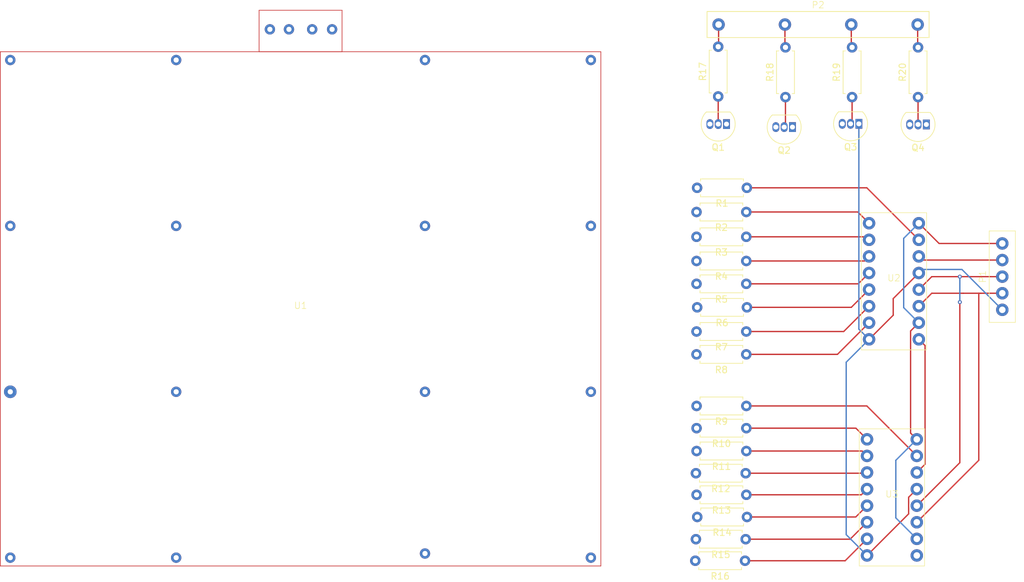
<source format=kicad_pcb>
(kicad_pcb (version 20241229) (generator "pcbnew") (generator_version "9.0")
  (layers (0 "F.Cu" signal) (2 "B.Cu" signal) (13 "F.Paste" user) (15 "B.Paste" user) (5 "F.SilkS" user "F.Silkscreen") (7 "B.SilkS" user "B.Silkscreen") (1 "F.Mask" user) (3 "B.Mask" user) (25 "Edge.Cuts" user))
  (net 0 "")
  (net 1 "GND")
  (net 2 "Latch Pin")
  (net 3 "+5V")
  (net 4 "Data Pin")
  (net 5 "Clock Pin")
  (net 6 "Layer1")
  (net 7 "Layer2")
  (net 8 "Layer0")
  (net 9 "Layer3")
  (net 10 "Net-(Q1-B)")
  (net 11 "Net-(Q1-C)")
  (net 12 "Net-(Q2-B)")
  (net 13 "Net-(Q2-C)")
  (net 14 "Net-(Q3-B)")
  (net 15 "Net-(Q3-C)")
  (net 16 "Net-(Q4-B)")
  (net 17 "Net-(Q4-C)")
  (net 18 "Net-(U1-(0,0))")
  (net 19 "Net-(U2-QA)")
  (net 20 "Net-(U2-QB)")
  (net 21 "Net-(U1-(1,0))")
  (net 22 "Net-(U1-(2,0))")
  (net 23 "Net-(U2-QC)")
  (net 24 "Net-(U1-(3,0))")
  (net 25 "Net-(U2-QD)")
  (net 26 "Net-(U1-(0,1))")
  (net 27 "Net-(U2-QE)")
  (net 28 "Net-(U1-(1,1))")
  (net 29 "Net-(U2-QF)")
  (net 30 "Net-(U2-QG)")
  (net 31 "Net-(U1-(2,1))")
  (net 32 "Net-(U1-(3,1))")
  (net 33 "Net-(U2-QH)")
  (net 34 "Net-(U3-QA)")
  (net 35 "Net-(U1-(0,2))")
  (net 36 "Net-(U3-QB)")
  (net 37 "Net-(U1-(1,2))")
  (net 38 "Net-(U1-(2,2))")
  (net 39 "Net-(U3-QC)")
  (net 40 "Net-(U1-(3,2))")
  (net 41 "Net-(U3-QD)")
  (net 42 "Net-(U1-(0,3))")
  (net 43 "Net-(U3-QE)")
  (net 44 "Net-(U1-(1,3))")
  (net 45 "Net-(U3-QF)")
  (net 46 "Net-(U3-QG)")
  (net 47 "Net-(U1-(2,3))")
  (net 48 "Net-(U3-QH)")
  (net 49 "Net-(U1-(3,3))")
  (net 50 "Net-(U2-QH')")
  (footprint "Package_TO_SOT_THT:TO-92_Inline" (layer "F.Cu") (at 170.17 58.6 180)
    (property "Reference" "Q2" (at 1.27 -3.56 0) (layer "F.SilkS"))
    (property "Value" "2N3904")
    (fp_line (start -0.53 1.85) (end 3.07 1.85) (stroke (width 0.12)) (layer "F.SilkS"))
    (fp_arc (start 1.27 -2.6) (mid 3.672087 -0.994977) (end 3.108478 1.838478) (stroke (width 0.12)) (layer "F.SilkS"))
    (fp_arc (start -0.568478 1.838478) (mid -1.132087 -0.994977) (end 1.27 -2.6) (stroke (width 0.12)) (layer "F.SilkS"))
    (pad "1" thru_hole rect (at 0 0 180) (size 1.05 1.5) (drill 0.75) (layers "*.Cu" "*.Mask") (net 1 "GND"))
    (pad "2" thru_hole oval (at 1.27 0 180) (size 1.05 1.5) (drill 0.75) (layers "*.Cu" "*.Mask") (net 12 "Net-(Q2-B)"))
    (pad "3" thru_hole oval (at 2.54 0 180) (size 1.05 1.5) (drill 0.75) (layers "*.Cu" "*.Mask") (net 13 "Net-(Q2-C)"))
  )
  (footprint "LED_Cube:Input_Pin_Connections" (layer "F.Cu") (at 202.3 81.5 90)
    (property "Reference" "P1" (at 0 -3 90) (layer "F.SilkS") (effects (font (thickness 0.1))))
    (property "Value" "~")
    (fp_line (start 7 -2) (end 7 2) (stroke (width 0.1)) (layer "F.SilkS"))
    (fp_line (start -7 -2) (end 7 -2) (stroke (width 0.1)) (layer "F.SilkS"))
    (fp_line (start 7 2) (end -7 2) (stroke (width 0.1)) (layer "F.SilkS"))
    (fp_line (start -7 2) (end -7 -2) (stroke (width 0.1)) (layer "F.SilkS"))
    (pad "1" thru_hole circle (at 5.08 0 270) (size 1.905 1.905) (drill 1) (layers "*.Cu" "*.Mask") (net 3 "+5V"))
    (pad "2" thru_hole circle (at 2.54 0 270) (size 1.905 1.905) (drill 1) (layers "*.Cu" "*.Mask") (net 4 "Data Pin"))
    (pad "3" thru_hole circle (at 0 0 270) (size 1.905 1.905) (drill 1) (layers "*.Cu" "*.Mask") (net 2 "Latch Pin"))
    (pad "4" thru_hole circle (at -2.54 0 270) (size 1.905 1.905) (drill 1) (layers "*.Cu" "*.Mask") (net 5 "Clock Pin"))
    (pad "5" thru_hole circle (at -5.08 0 270) (size 1.905 1.905) (drill 1) (layers "*.Cu" "*.Mask") (net 1 "GND"))
  )
  (footprint "Resistor_THT:R_Axial_DIN0207_L6.3mm_D2.5mm_P7.62mm_Horizontal" (layer "F.Cu") (at 163.01 121.7 180)
    (property "Reference" "R15" (at 3.81 -2.37 0) (layer "F.SilkS"))
    (property "Value" "470")
    (fp_line (start 7.08 1.37) (end 7.08 1.04) (stroke (width 0.12)) (layer "F.SilkS"))
    (fp_line (start 7.08 -1.37) (end 7.08 -1.04) (stroke (width 0.12)) (layer "F.SilkS"))
    (fp_line (start 0.54 1.37) (end 7.08 1.37) (stroke (width 0.12)) (layer "F.SilkS"))
    (fp_line (start 0.54 1.04) (end 0.54 1.37) (stroke (width 0.12)) (layer "F.SilkS"))
    (fp_line (start 0.54 -1.04) (end 0.54 -1.37) (stroke (width 0.12)) (layer "F.SilkS"))
    (fp_line (start 0.54 -1.37) (end 7.08 -1.37) (stroke (width 0.12)) (layer "F.SilkS"))
    (pad "1" thru_hole circle (at 0 0 180) (size 1.6 1.6) (drill 0.8) (layers "*.Cu" "*.Mask") (net 46 "Net-(U3-QG)"))
    (pad "2" thru_hole circle (at 7.62 0 180) (size 1.6 1.6) (drill 0.8) (layers "*.Cu" "*.Mask") (net 47 "Net-(U1-(2,3))"))
  )
  (footprint "ICs:74HC595 Shift Register" (layer "F.Cu") (at 185.71 82.21)
    (property "Reference" "U2" (at 0 -0.5 0) (layer "F.SilkS") (effects (font (thickness 0.1))))
    (property "Value" "74HC595")
    (fp_rect (start -5 -10.5) (end 5 10.5) (stroke (width 0.1)) (fill no) (layer "F.SilkS"))
    (pad "1" thru_hole circle (at -3.81 -8.89) (size 1.905 1.905) (drill 1) (layers "*.Cu" "*.Mask") (net 20 "Net-(U2-QB)"))
    (pad "2" thru_hole circle (at -3.81 -6.35) (size 1.905 1.905) (drill 1) (layers "*.Cu" "*.Mask") (net 23 "Net-(U2-QC)"))
    (pad "3" thru_hole circle (at -3.81 -3.81) (size 1.905 1.905) (drill 1) (layers "*.Cu" "*.Mask") (net 25 "Net-(U2-QD)"))
    (pad "4" thru_hole circle (at -3.81 -1.27) (size 1.905 1.905) (drill 1) (layers "*.Cu" "*.Mask") (net 27 "Net-(U2-QE)"))
    (pad "5" thru_hole circle (at -3.81 1.27) (size 1.905 1.905) (drill 1) (layers "*.Cu" "*.Mask") (net 29 "Net-(U2-QF)"))
    (pad "6" thru_hole circle (at -3.81 3.81) (size 1.905 1.905) (drill 1) (layers "*.Cu" "*.Mask") (net 30 "Net-(U2-QG)"))
    (pad "7" thru_hole circle (at -3.81 6.35) (size 1.905 1.905) (drill 1) (layers "*.Cu" "*.Mask") (net 33 "Net-(U2-QH)"))
    (pad "8" thru_hole circle (at -3.81 8.89) (size 1.905 1.905) (drill 1) (layers "*.Cu" "*.Mask") (net 1 "GND"))
    (pad "9" thru_hole circle (at 3.81 8.89) (size 1.905 1.905) (drill 1) (layers "*.Cu" "*.Mask") (net 50 "Net-(U2-QH')"))
    (pad "10" thru_hole circle (at 3.81 6.35) (size 1.905 1.905) (drill 1) (layers "*.Cu" "*.Mask") (net 3 "+5V"))
    (pad "11" thru_hole circle (at 3.81 3.81) (size 1.905 1.905) (drill 1) (layers "*.Cu" "*.Mask") (net 5 "Clock Pin"))
    (pad "12" thru_hole circle (at 3.81 1.27) (size 1.905 1.905) (drill 1) (layers "*.Cu" "*.Mask") (net 2 "Latch Pin"))
    (pad "13" thru_hole circle (at 3.81 -1.27) (size 1.905 1.905) (drill 1) (layers "*.Cu" "*.Mask") (net 1 "GND"))
    (pad "14" thru_hole circle (at 3.81 -3.81) (size 1.905 1.905) (drill 1) (layers "*.Cu" "*.Mask") (net 4 "Data Pin"))
    (pad "15" thru_hole circle (at 3.81 -6.35) (size 1.905 1.905) (drill 1) (layers "*.Cu" "*.Mask") (net 19 "Net-(U2-QA)"))
    (pad "16" thru_hole circle (at 3.81 -8.89) (size 1.905 1.905) (drill 1) (layers "*.Cu" "*.Mask") (net 3 "+5V"))
  )
  (footprint "Resistor_THT:R_Axial_DIN0207_L6.3mm_D2.5mm_P7.62mm_Horizontal" (layer "F.Cu") (at 179.3 54.01 90)
    (property "Reference" "R19" (at 3.81 -2.37 90) (layer "F.SilkS"))
    (property "Value" "10k")
    (fp_line (start 7.08 -1.37) (end 7.08 -1.04) (stroke (width 0.12)) (layer "F.SilkS"))
    (fp_line (start 0.54 -1.37) (end 7.08 -1.37) (stroke (width 0.12)) (layer "F.SilkS"))
    (fp_line (start 0.54 -1.04) (end 0.54 -1.37) (stroke (width 0.12)) (layer "F.SilkS"))
    (fp_line (start 0.54 1.04) (end 0.54 1.37) (stroke (width 0.12)) (layer "F.SilkS"))
    (fp_line (start 7.08 1.37) (end 7.08 1.04) (stroke (width 0.12)) (layer "F.SilkS"))
    (fp_line (start 0.54 1.37) (end 7.08 1.37) (stroke (width 0.12)) (layer "F.SilkS"))
    (pad "1" thru_hole circle (at 0 0 90) (size 1.6 1.6) (drill 0.8) (layers "*.Cu" "*.Mask") (net 14 "Net-(Q3-B)"))
    (pad "2" thru_hole circle (at 7.62 0 90) (size 1.6 1.6) (drill 0.8) (layers "*.Cu" "*.Mask") (net 7 "Layer2"))
  )
  (footprint "Resistor_THT:R_Axial_DIN0207_L6.3mm_D2.5mm_P7.62mm_Horizontal" (layer "F.Cu") (at 163.2 86.2 180)
    (property "Reference" "R6" (at 3.81 -2.37 0) (layer "F.SilkS"))
    (property "Value" "470")
    (fp_line (start 7.08 1.37) (end 7.08 1.04) (stroke (width 0.12)) (layer "F.SilkS"))
    (fp_line (start 7.08 -1.37) (end 7.08 -1.04) (stroke (width 0.12)) (layer "F.SilkS"))
    (fp_line (start 0.54 1.37) (end 7.08 1.37) (stroke (width 0.12)) (layer "F.SilkS"))
    (fp_line (start 0.54 1.04) (end 0.54 1.37) (stroke (width 0.12)) (layer "F.SilkS"))
    (fp_line (start 0.54 -1.04) (end 0.54 -1.37) (stroke (width 0.12)) (layer "F.SilkS"))
    (fp_line (start 0.54 -1.37) (end 7.08 -1.37) (stroke (width 0.12)) (layer "F.SilkS"))
    (pad "1" thru_hole circle (at 0 0 180) (size 1.6 1.6) (drill 0.8) (layers "*.Cu" "*.Mask") (net 29 "Net-(U2-QF)"))
    (pad "2" thru_hole circle (at 7.62 0 180) (size 1.6 1.6) (drill 0.8) (layers "*.Cu" "*.Mask") (net 28 "Net-(U1-(1,1))"))
  )
  (footprint "LED_Cube:Layer_Pin_Connections" (layer "F.Cu") (at 174.1 42.9)
    (property "Reference" "P2" (at 0 -3 0) (layer "F.SilkS") (effects (font (thickness 0.1))))
    (property "Value" "~")
    (fp_line (start -17 -2) (end 17 -2) (stroke (width 0.1)) (layer "F.SilkS"))
    (fp_line (start -17 2) (end -17 -2) (stroke (width 0.1)) (layer "F.SilkS"))
    (fp_line (start 17 -2) (end 17 2) (stroke (width 0.1)) (layer "F.SilkS"))
    (fp_line (start 17 2) (end -17 2) (stroke (width 0.1)) (layer "F.SilkS"))
    (fp_rect (start -17 -2) (end 17 2) (stroke (width 0.1)) (fill no) (layer "F.SilkS"))
    (pad "1" thru_hole circle (at -15.24 0) (size 1.905 1.905) (drill 1) (layers "*.Cu" "*.Mask") (net 8 "Layer0"))
    (pad "2" thru_hole circle (at -5.08 0) (size 1.905 1.905) (drill 1) (layers "*.Cu" "*.Mask") (net 6 "Layer1"))
    (pad "3" thru_hole circle (at 5.08 0) (size 1.905 1.905) (drill 1) (layers "*.Cu" "*.Mask") (net 7 "Layer2"))
    (pad "4" thru_hole circle (at 15.24 0) (size 1.905 1.905) (drill 1) (layers "*.Cu" "*.Mask") (net 9 "Layer3"))
  )
  (footprint "Resistor_THT:R_Axial_DIN0207_L6.3mm_D2.5mm_P7.62mm_Horizontal" (layer "F.Cu") (at 163.1 79.1 180)
    (property "Reference" "R4" (at 3.81 -2.37 0) (layer "F.SilkS"))
    (property "Value" "470")
    (fp_line (start 7.08 1.37) (end 7.08 1.04) (stroke (width 0.12)) (layer "F.SilkS"))
    (fp_line (start 7.08 -1.37) (end 7.08 -1.04) (stroke (width 0.12)) (layer "F.SilkS"))
    (fp_line (start 0.54 1.37) (end 7.08 1.37) (stroke (width 0.12)) (layer "F.SilkS"))
    (fp_line (start 0.54 1.04) (end 0.54 1.37) (stroke (width 0.12)) (layer "F.SilkS"))
    (fp_line (start 0.54 -1.04) (end 0.54 -1.37) (stroke (width 0.12)) (layer "F.SilkS"))
    (fp_line (start 0.54 -1.37) (end 7.08 -1.37) (stroke (width 0.12)) (layer "F.SilkS"))
    (pad "1" thru_hole circle (at 0 0 180) (size 1.6 1.6) (drill 0.8) (layers "*.Cu" "*.Mask") (net 25 "Net-(U2-QD)"))
    (pad "2" thru_hole circle (at 7.62 0 180) (size 1.6 1.6) (drill 0.8) (layers "*.Cu" "*.Mask") (net 24 "Net-(U1-(3,0))"))
  )
  (footprint "Resistor_THT:R_Axial_DIN0207_L6.3mm_D2.5mm_P7.62mm_Horizontal" (layer "F.Cu") (at 163.1 93.4 180)
    (property "Reference" "R8" (at 3.81 -2.37 0) (layer "F.SilkS"))
    (property "Value" "470")
    (fp_line (start 7.08 1.37) (end 7.08 1.04) (stroke (width 0.12)) (layer "F.SilkS"))
    (fp_line (start 7.08 -1.37) (end 7.08 -1.04) (stroke (width 0.12)) (layer "F.SilkS"))
    (fp_line (start 0.54 1.37) (end 7.08 1.37) (stroke (width 0.12)) (layer "F.SilkS"))
    (fp_line (start 0.54 1.04) (end 0.54 1.37) (stroke (width 0.12)) (layer "F.SilkS"))
    (fp_line (start 0.54 -1.04) (end 0.54 -1.37) (stroke (width 0.12)) (layer "F.SilkS"))
    (fp_line (start 0.54 -1.37) (end 7.08 -1.37) (stroke (width 0.12)) (layer "F.SilkS"))
    (pad "1" thru_hole circle (at 0 0 180) (size 1.6 1.6) (drill 0.8) (layers "*.Cu" "*.Mask") (net 33 "Net-(U2-QH)"))
    (pad "2" thru_hole circle (at 7.62 0 180) (size 1.6 1.6) (drill 0.8) (layers "*.Cu" "*.Mask") (net 32 "Net-(U1-(3,1))"))
  )
  (footprint "Resistor_THT:R_Axial_DIN0207_L6.3mm_D2.5mm_P7.62mm_Horizontal" (layer "F.Cu") (at 163.1 71.6 180)
    (property "Reference" "R2" (at 3.81 -2.37 0) (layer "F.SilkS"))
    (property "Value" "470")
    (fp_line (start 7.08 1.37) (end 7.08 1.04) (stroke (width 0.12)) (layer "F.SilkS"))
    (fp_line (start 7.08 -1.37) (end 7.08 -1.04) (stroke (width 0.12)) (layer "F.SilkS"))
    (fp_line (start 0.54 1.37) (end 7.08 1.37) (stroke (width 0.12)) (layer "F.SilkS"))
    (fp_line (start 0.54 1.04) (end 0.54 1.37) (stroke (width 0.12)) (layer "F.SilkS"))
    (fp_line (start 0.54 -1.04) (end 0.54 -1.37) (stroke (width 0.12)) (layer "F.SilkS"))
    (fp_line (start 0.54 -1.37) (end 7.08 -1.37) (stroke (width 0.12)) (layer "F.SilkS"))
    (pad "1" thru_hole circle (at 0 0 180) (size 1.6 1.6) (drill 0.8) (layers "*.Cu" "*.Mask") (net 20 "Net-(U2-QB)"))
    (pad "2" thru_hole circle (at 7.62 0 180) (size 1.6 1.6) (drill 0.8) (layers "*.Cu" "*.Mask") (net 21 "Net-(U1-(1,0))"))
  )
  (footprint "Resistor_THT:R_Axial_DIN0207_L6.3mm_D2.5mm_P7.62mm_Horizontal" (layer "F.Cu") (at 163.11 114.9 180)
    (property "Reference" "R13" (at 3.81 -2.37 0) (layer "F.SilkS"))
    (property "Value" "470")
    (fp_line (start 7.08 1.37) (end 7.08 1.04) (stroke (width 0.12)) (layer "F.SilkS"))
    (fp_line (start 7.08 -1.37) (end 7.08 -1.04) (stroke (width 0.12)) (layer "F.SilkS"))
    (fp_line (start 0.54 1.37) (end 7.08 1.37) (stroke (width 0.12)) (layer "F.SilkS"))
    (fp_line (start 0.54 1.04) (end 0.54 1.37) (stroke (width 0.12)) (layer "F.SilkS"))
    (fp_line (start 0.54 -1.04) (end 0.54 -1.37) (stroke (width 0.12)) (layer "F.SilkS"))
    (fp_line (start 0.54 -1.37) (end 7.08 -1.37) (stroke (width 0.12)) (layer "F.SilkS"))
    (pad "1" thru_hole circle (at 0 0 180) (size 1.6 1.6) (drill 0.8) (layers "*.Cu" "*.Mask") (net 43 "Net-(U3-QE)"))
    (pad "2" thru_hole circle (at 7.62 0 180) (size 1.6 1.6) (drill 0.8) (layers "*.Cu" "*.Mask") (net 42 "Net-(U1-(0,3))"))
  )
  (footprint "Resistor_THT:R_Axial_DIN0207_L6.3mm_D2.5mm_P7.62mm_Horizontal" (layer "F.Cu") (at 189.4 54.01 90)
    (property "Reference" "R20" (at 3.81 -2.37 90) (layer "F.SilkS"))
    (property "Value" "10k")
    (fp_line (start 7.08 -1.37) (end 7.08 -1.04) (stroke (width 0.12)) (layer "F.SilkS"))
    (fp_line (start 0.54 -1.37) (end 7.08 -1.37) (stroke (width 0.12)) (layer "F.SilkS"))
    (fp_line (start 0.54 -1.04) (end 0.54 -1.37) (stroke (width 0.12)) (layer "F.SilkS"))
    (fp_line (start 0.54 1.04) (end 0.54 1.37) (stroke (width 0.12)) (layer "F.SilkS"))
    (fp_line (start 7.08 1.37) (end 7.08 1.04) (stroke (width 0.12)) (layer "F.SilkS"))
    (fp_line (start 0.54 1.37) (end 7.08 1.37) (stroke (width 0.12)) (layer "F.SilkS"))
    (pad "1" thru_hole circle (at 0 0 90) (size 1.6 1.6) (drill 0.8) (layers "*.Cu" "*.Mask") (net 16 "Net-(Q4-B)"))
    (pad "2" thru_hole circle (at 7.62 0 90) (size 1.6 1.6) (drill 0.8) (layers "*.Cu" "*.Mask") (net 9 "Layer3"))
  )
  (footprint "Resistor_THT:R_Axial_DIN0207_L6.3mm_D2.5mm_P7.62mm_Horizontal" (layer "F.Cu") (at 158.8 53.91 90)
    (property "Reference" "R17" (at 3.81 -2.37 90) (layer "F.SilkS"))
    (property "Value" "10k")
    (fp_line (start 7.08 -1.37) (end 7.08 -1.04) (stroke (width 0.12)) (layer "F.SilkS"))
    (fp_line (start 0.54 -1.37) (end 7.08 -1.37) (stroke (width 0.12)) (layer "F.SilkS"))
    (fp_line (start 0.54 -1.04) (end 0.54 -1.37) (stroke (width 0.12)) (layer "F.SilkS"))
    (fp_line (start 0.54 1.04) (end 0.54 1.37) (stroke (width 0.12)) (layer "F.SilkS"))
    (fp_line (start 7.08 1.37) (end 7.08 1.04) (stroke (width 0.12)) (layer "F.SilkS"))
    (fp_line (start 0.54 1.37) (end 7.08 1.37) (stroke (width 0.12)) (layer "F.SilkS"))
    (pad "1" thru_hole circle (at 0 0 90) (size 1.6 1.6) (drill 0.8) (layers "*.Cu" "*.Mask") (net 10 "Net-(Q1-B)"))
    (pad "2" thru_hole circle (at 7.62 0 90) (size 1.6 1.6) (drill 0.8) (layers "*.Cu" "*.Mask") (net 8 "Layer0"))
  )
  (footprint "Resistor_THT:R_Axial_DIN0207_L6.3mm_D2.5mm_P7.62mm_Horizontal" (layer "F.Cu") (at 163.1 82.6 180)
    (property "Reference" "R5" (at 3.81 -2.37 0) (layer "F.SilkS"))
    (property "Value" "470")
    (fp_line (start 7.08 1.37) (end 7.08 1.04) (stroke (width 0.12)) (layer "F.SilkS"))
    (fp_line (start 7.08 -1.37) (end 7.08 -1.04) (stroke (width 0.12)) (layer "F.SilkS"))
    (fp_line (start 0.54 1.37) (end 7.08 1.37) (stroke (width 0.12)) (layer "F.SilkS"))
    (fp_line (start 0.54 1.04) (end 0.54 1.37) (stroke (width 0.12)) (layer "F.SilkS"))
    (fp_line (start 0.54 -1.04) (end 0.54 -1.37) (stroke (width 0.12)) (layer "F.SilkS"))
    (fp_line (start 0.54 -1.37) (end 7.08 -1.37) (stroke (width 0.12)) (layer "F.SilkS"))
    (pad "1" thru_hole circle (at 0 0 180) (size 1.6 1.6) (drill 0.8) (layers "*.Cu" "*.Mask") (net 27 "Net-(U2-QE)"))
    (pad "2" thru_hole circle (at 7.62 0 180) (size 1.6 1.6) (drill 0.8) (layers "*.Cu" "*.Mask") (net 26 "Net-(U1-(0,1))"))
  )
  (footprint "Resistor_THT:R_Axial_DIN0207_L6.3mm_D2.5mm_P7.62mm_Horizontal" (layer "F.Cu") (at 163.1 89.9 180)
    (property "Reference" "R7" (at 3.81 -2.37 0) (layer "F.SilkS"))
    (property "Value" "470")
    (fp_line (start 7.08 1.37) (end 7.08 1.04) (stroke (width 0.12)) (layer "F.SilkS"))
    (fp_line (start 7.08 -1.37) (end 7.08 -1.04) (stroke (width 0.12)) (layer "F.SilkS"))
    (fp_line (start 0.54 1.37) (end 7.08 1.37) (stroke (width 0.12)) (layer "F.SilkS"))
    (fp_line (start 0.54 1.04) (end 0.54 1.37) (stroke (width 0.12)) (layer "F.SilkS"))
    (fp_line (start 0.54 -1.04) (end 0.54 -1.37) (stroke (width 0.12)) (layer "F.SilkS"))
    (fp_line (start 0.54 -1.37) (end 7.08 -1.37) (stroke (width 0.12)) (layer "F.SilkS"))
    (pad "1" thru_hole circle (at 0 0 180) (size 1.6 1.6) (drill 0.8) (layers "*.Cu" "*.Mask") (net 30 "Net-(U2-QG)"))
    (pad "2" thru_hole circle (at 7.62 0 180) (size 1.6 1.6) (drill 0.8) (layers "*.Cu" "*.Mask") (net 31 "Net-(U1-(2,1))"))
  )
  (footprint "Resistor_THT:R_Axial_DIN0207_L6.3mm_D2.5mm_P7.62mm_Horizontal" (layer "F.Cu") (at 163.1 75.4 180)
    (property "Reference" "R3" (at 3.81 -2.37 0) (layer "F.SilkS"))
    (property "Value" "470")
    (fp_line (start 7.08 1.37) (end 7.08 1.04) (stroke (width 0.12)) (layer "F.SilkS"))
    (fp_line (start 7.08 -1.37) (end 7.08 -1.04) (stroke (width 0.12)) (layer "F.SilkS"))
    (fp_line (start 0.54 1.37) (end 7.08 1.37) (stroke (width 0.12)) (layer "F.SilkS"))
    (fp_line (start 0.54 1.04) (end 0.54 1.37) (stroke (width 0.12)) (layer "F.SilkS"))
    (fp_line (start 0.54 -1.04) (end 0.54 -1.37) (stroke (width 0.12)) (layer "F.SilkS"))
    (fp_line (start 0.54 -1.37) (end 7.08 -1.37) (stroke (width 0.12)) (layer "F.SilkS"))
    (pad "1" thru_hole circle (at 0 0 180) (size 1.6 1.6) (drill 0.8) (layers "*.Cu" "*.Mask") (net 23 "Net-(U2-QC)"))
    (pad "2" thru_hole circle (at 7.62 0 180) (size 1.6 1.6) (drill 0.8) (layers "*.Cu" "*.Mask") (net 22 "Net-(U1-(2,0))"))
  )
  (footprint "Resistor_THT:R_Axial_DIN0207_L6.3mm_D2.5mm_P7.62mm_Horizontal" (layer "F.Cu") (at 163.11 101.3 180)
    (property "Reference" "R9" (at 3.81 -2.37 0) (layer "F.SilkS"))
    (property "Value" "470")
    (fp_line (start 7.08 1.37) (end 7.08 1.04) (stroke (width 0.12)) (layer "F.SilkS"))
    (fp_line (start 7.08 -1.37) (end 7.08 -1.04) (stroke (width 0.12)) (layer "F.SilkS"))
    (fp_line (start 0.54 1.37) (end 7.08 1.37) (stroke (width 0.12)) (layer "F.SilkS"))
    (fp_line (start 0.54 1.04) (end 0.54 1.37) (stroke (width 0.12)) (layer "F.SilkS"))
    (fp_line (start 0.54 -1.04) (end 0.54 -1.37) (stroke (width 0.12)) (layer "F.SilkS"))
    (fp_line (start 0.54 -1.37) (end 7.08 -1.37) (stroke (width 0.12)) (layer "F.SilkS"))
    (pad "1" thru_hole circle (at 0 0 180) (size 1.6 1.6) (drill 0.8) (layers "*.Cu" "*.Mask") (net 34 "Net-(U3-QA)"))
    (pad "2" thru_hole circle (at 7.62 0 180) (size 1.6 1.6) (drill 0.8) (layers "*.Cu" "*.Mask") (net 35 "Net-(U1-(0,2))"))
  )
  (footprint "Resistor_THT:R_Axial_DIN0207_L6.3mm_D2.5mm_P7.62mm_Horizontal" (layer "F.Cu") (at 163.21 118.3 180)
    (property "Reference" "R14" (at 3.81 -2.37 0) (layer "F.SilkS"))
    (property "Value" "470")
    (fp_line (start 7.08 1.37) (end 7.08 1.04) (stroke (width 0.12)) (layer "F.SilkS"))
    (fp_line (start 7.08 -1.37) (end 7.08 -1.04) (stroke (width 0.12)) (layer "F.SilkS"))
    (fp_line (start 0.54 1.37) (end 7.08 1.37) (stroke (width 0.12)) (layer "F.SilkS"))
    (fp_line (start 0.54 1.04) (end 0.54 1.37) (stroke (width 0.12)) (layer "F.SilkS"))
    (fp_line (start 0.54 -1.04) (end 0.54 -1.37) (stroke (width 0.12)) (layer "F.SilkS"))
    (fp_line (start 0.54 -1.37) (end 7.08 -1.37) (stroke (width 0.12)) (layer "F.SilkS"))
    (pad "1" thru_hole circle (at 0 0 180) (size 1.6 1.6) (drill 0.8) (layers "*.Cu" "*.Mask") (net 45 "Net-(U3-QF)"))
    (pad "2" thru_hole circle (at 7.62 0 180) (size 1.6 1.6) (drill 0.8) (layers "*.Cu" "*.Mask") (net 44 "Net-(U1-(1,3))"))
  )
  (footprint "Resistor_THT:R_Axial_DIN0207_L6.3mm_D2.5mm_P7.62mm_Horizontal" (layer "F.Cu") (at 163.01 111.6 180)
    (property "Reference" "R12" (at 3.81 -2.37 0) (layer "F.SilkS"))
    (property "Value" "470")
    (fp_line (start 7.08 1.37) (end 7.08 1.04) (stroke (width 0.12)) (layer "F.SilkS"))
    (fp_line (start 7.08 -1.37) (end 7.08 -1.04) (stroke (width 0.12)) (layer "F.SilkS"))
    (fp_line (start 0.54 1.37) (end 7.08 1.37) (stroke (width 0.12)) (layer "F.SilkS"))
    (fp_line (start 0.54 1.04) (end 0.54 1.37) (stroke (width 0.12)) (layer "F.SilkS"))
    (fp_line (start 0.54 -1.04) (end 0.54 -1.37) (stroke (width 0.12)) (layer "F.SilkS"))
    (fp_line (start 0.54 -1.37) (end 7.08 -1.37) (stroke (width 0.12)) (layer "F.SilkS"))
    (pad "1" thru_hole circle (at 0 0 180) (size 1.6 1.6) (drill 0.8) (layers "*.Cu" "*.Mask") (net 41 "Net-(U3-QD)"))
    (pad "2" thru_hole circle (at 7.62 0 180) (size 1.6 1.6) (drill 0.8) (layers "*.Cu" "*.Mask") (net 40 "Net-(U1-(3,2))"))
  )
  (footprint "Package_TO_SOT_THT:TO-92_Inline" (layer "F.Cu") (at 180.34 58.1 180)
    (property "Reference" "Q3" (at 1.27 -3.56 0) (layer "F.SilkS"))
    (property "Value" "2N3904")
    (fp_line (start -0.53 1.85) (end 3.07 1.85) (stroke (width 0.12)) (layer "F.SilkS"))
    (fp_arc (start 1.27 -2.6) (mid 3.672087 -0.994977) (end 3.108478 1.838478) (stroke (width 0.12)) (layer "F.SilkS"))
    (fp_arc (start -0.568478 1.838478) (mid -1.132087 -0.994977) (end 1.27 -2.6) (stroke (width 0.12)) (layer "F.SilkS"))
    (pad "1" thru_hole rect (at 0 0 180) (size 1.05 1.5) (drill 0.75) (layers "*.Cu" "*.Mask") (net 1 "GND"))
    (pad "2" thru_hole oval (at 1.27 0 180) (size 1.05 1.5) (drill 0.75) (layers "*.Cu" "*.Mask") (net 14 "Net-(Q3-B)"))
    (pad "3" thru_hole oval (at 2.54 0 180) (size 1.05 1.5) (drill 0.75) (layers "*.Cu" "*.Mask") (net 15 "Net-(Q3-C)"))
  )
  (footprint "ICs:74HC595 Shift Register" (layer "F.Cu") (at 185.4 115.3)
    (property "Reference" "U3" (at 0 -0.5 0) (layer "F.SilkS") (effects (font (thickness 0.1))))
    (property "Value" "74HC595")
    (fp_rect (start -5 -10.5) (end 5 10.5) (stroke (width 0.1)) (fill no) (layer "F.SilkS"))
    (pad "1" thru_hole circle (at -3.81 -8.89) (size 1.905 1.905) (drill 1) (layers "*.Cu" "*.Mask") (net 36 "Net-(U3-QB)"))
    (pad "2" thru_hole circle (at -3.81 -6.35) (size 1.905 1.905) (drill 1) (layers "*.Cu" "*.Mask") (net 39 "Net-(U3-QC)"))
    (pad "3" thru_hole circle (at -3.81 -3.81) (size 1.905 1.905) (drill 1) (layers "*.Cu" "*.Mask") (net 41 "Net-(U3-QD)"))
    (pad "4" thru_hole circle (at -3.81 -1.27) (size 1.905 1.905) (drill 1) (layers "*.Cu" "*.Mask") (net 43 "Net-(U3-QE)"))
    (pad "5" thru_hole circle (at -3.81 1.27) (size 1.905 1.905) (drill 1) (layers "*.Cu" "*.Mask") (net 45 "Net-(U3-QF)"))
    (pad "6" thru_hole circle (at -3.81 3.81) (size 1.905 1.905) (drill 1) (layers "*.Cu" "*.Mask") (net 46 "Net-(U3-QG)"))
    (pad "7" thru_hole circle (at -3.81 6.35) (size 1.905 1.905) (drill 1) (layers "*.Cu" "*.Mask") (net 48 "Net-(U3-QH)"))
    (pad "8" thru_hole circle (at -3.81 8.89) (size 1.905 1.905) (drill 1) (layers "*.Cu" "*.Mask") (net 1 "GND"))
    (pad "9" thru_hole circle (at 3.81 8.89) (size 1.905 1.905) (drill 1) (layers "*.Cu" "*.Mask"))
    (pad "10" thru_hole circle (at 3.81 6.35) (size 1.905 1.905) (drill 1) (layers "*.Cu" "*.Mask") (net 3 "+5V"))
    (pad "11" thru_hole circle (at 3.81 3.81) (size 1.905 1.905) (drill 1) (layers "*.Cu" "*.Mask") (net 5 "Clock Pin"))
    (pad "12" thru_hole circle (at 3.81 1.27) (size 1.905 1.905) (drill 1) (layers "*.Cu" "*.Mask") (net 2 "Latch Pin"))
    (pad "13" thru_hole circle (at 3.81 -1.27) (size 1.905 1.905) (drill 1) (layers "*.Cu" "*.Mask") (net 1 "GND"))
    (pad "14" thru_hole circle (at 3.81 -3.81) (size 1.905 1.905) (drill 1) (layers "*.Cu" "*.Mask") (net 50 "Net-(U2-QH')"))
    (pad "15" thru_hole circle (at 3.81 -6.35) (size 1.905 1.905) (drill 1) (layers "*.Cu" "*.Mask") (net 34 "Net-(U3-QA)"))
    (pad "16" thru_hole circle (at 3.81 -8.89) (size 1.905 1.905) (drill 1) (layers "*.Cu" "*.Mask") (net 3 "+5V"))
  )
  (footprint "Package_TO_SOT_THT:TO-92_Inline" (layer "F.Cu") (at 190.67 58.2 180)
    (property "Reference" "Q4" (at 1.27 -3.56 0) (layer "F.SilkS"))
    (property "Value" "2N3904")
    (fp_line (start -0.53 1.85) (end 3.07 1.85) (stroke (width 0.12)) (layer "F.SilkS"))
    (fp_arc (start 1.27 -2.6) (mid 3.672087 -0.994977) (end 3.108478 1.838478) (stroke (width 0.12)) (layer "F.SilkS"))
    (fp_arc (start -0.568478 1.838478) (mid -1.132087 -0.994977) (end 1.27 -2.6) (stroke (width 0.12)) (layer "F.SilkS"))
    (pad "1" thru_hole rect (at 0 0 180) (size 1.05 1.5) (drill 0.75) (layers "*.Cu" "*.Mask") (net 1 "GND"))
    (pad "2" thru_hole oval (at 1.27 0 180) (size 1.05 1.5) (drill 0.75) (layers "*.Cu" "*.Mask") (net 16 "Net-(Q4-B)"))
    (pad "3" thru_hole oval (at 2.54 0 180) (size 1.05 1.5) (drill 0.75) (layers "*.Cu" "*.Mask") (net 17 "Net-(Q4-C)"))
  )
  (footprint "Resistor_THT:R_Axial_DIN0207_L6.3mm_D2.5mm_P7.62mm_Horizontal" (layer "F.Cu") (at 162.91 125 180)
    (property "Reference" "R16" (at 3.81 -2.37 0) (layer "F.SilkS"))
    (property "Value" "470")
    (fp_line (start 7.08 1.37) (end 7.08 1.04) (stroke (width 0.12)) (layer "F.SilkS"))
    (fp_line (start 7.08 -1.37) (end 7.08 -1.04) (stroke (width 0.12)) (layer "F.SilkS"))
    (fp_line (start 0.54 1.37) (end 7.08 1.37) (stroke (width 0.12)) (layer "F.SilkS"))
    (fp_line (start 0.54 1.04) (end 0.54 1.37) (stroke (width 0.12)) (layer "F.SilkS"))
    (fp_line (start 0.54 -1.04) (end 0.54 -1.37) (stroke (width 0.12)) (layer "F.SilkS"))
    (fp_line (start 0.54 -1.37) (end 7.08 -1.37) (stroke (width 0.12)) (layer "F.SilkS"))
    (pad "1" thru_hole circle (at 0 0 180) (size 1.6 1.6) (drill 0.8) (layers "*.Cu" "*.Mask") (net 48 "Net-(U3-QH)"))
    (pad "2" thru_hole circle (at 7.62 0 180) (size 1.6 1.6) (drill 0.8) (layers "*.Cu" "*.Mask") (net 49 "Net-(U1-(3,3))"))
  )
  (footprint "Resistor_THT:R_Axial_DIN0207_L6.3mm_D2.5mm_P7.62mm_Horizontal" (layer "F.Cu") (at 169.1 54.01 90)
    (property "Reference" "R18" (at 3.81 -2.37 90) (layer "F.SilkS"))
    (property "Value" "10k")
    (fp_line (start 7.08 -1.37) (end 7.08 -1.04) (stroke (width 0.12)) (layer "F.SilkS"))
    (fp_line (start 0.54 -1.37) (end 7.08 -1.37) (stroke (width 0.12)) (layer "F.SilkS"))
    (fp_line (start 0.54 -1.04) (end 0.54 -1.37) (stroke (width 0.12)) (layer "F.SilkS"))
    (fp_line (start 0.54 1.04) (end 0.54 1.37) (stroke (width 0.12)) (layer "F.SilkS"))
    (fp_line (start 7.08 1.37) (end 7.08 1.04) (stroke (width 0.12)) (layer "F.SilkS"))
    (fp_line (start 0.54 1.37) (end 7.08 1.37) (stroke (width 0.12)) (layer "F.SilkS"))
    (pad "1" thru_hole circle (at 0 0 90) (size 1.6 1.6) (drill 0.8) (layers "*.Cu" "*.Mask") (net 12 "Net-(Q2-B)"))
    (pad "2" thru_hole circle (at 7.62 0 90) (size 1.6 1.6) (drill 0.8) (layers "*.Cu" "*.Mask") (net 6 "Layer1"))
  )
  (footprint "Resistor_THT:R_Axial_DIN0207_L6.3mm_D2.5mm_P7.62mm_Horizontal" (layer "F.Cu") (at 163.11 104.7 180)
    (property "Reference" "R10" (at 3.81 -2.37 0) (layer "F.SilkS"))
    (property "Value" "470")
    (fp_line (start 7.08 1.37) (end 7.08 1.04) (stroke (width 0.12)) (layer "F.SilkS"))
    (fp_line (start 7.08 -1.37) (end 7.08 -1.04) (stroke (width 0.12)) (layer "F.SilkS"))
    (fp_line (start 0.54 1.37) (end 7.08 1.37) (stroke (width 0.12)) (layer "F.SilkS"))
    (fp_line (start 0.54 1.04) (end 0.54 1.37) (stroke (width 0.12)) (layer "F.SilkS"))
    (fp_line (start 0.54 -1.04) (end 0.54 -1.37) (stroke (width 0.12)) (layer "F.SilkS"))
    (fp_line (start 0.54 -1.37) (end 7.08 -1.37) (stroke (width 0.12)) (layer "F.SilkS"))
    (pad "1" thru_hole circle (at 0 0 180) (size 1.6 1.6) (drill 0.8) (layers "*.Cu" "*.Mask") (net 36 "Net-(U3-QB)"))
    (pad "2" thru_hole circle (at 7.62 0 180) (size 1.6 1.6) (drill 0.8) (layers "*.Cu" "*.Mask") (net 37 "Net-(U1-(1,2))"))
  )
  (footprint "LED_Cube:LED_Cube" (layer "F.Cu") (at 94.854 86.43)
    (property "Reference" "U1" (at 0 -0.5 0) (layer "F.SilkS") (effects (font (thickness 0.1))))
    (property "Value" "~")
    (fp_line (start -45.974 -39.37) (end 45.974 -39.37) (stroke (width 0.1)) (layer "F.Cu"))
    (fp_line (start -45.974 39.37) (end -45.974 -39.37) (stroke (width 0.1)) (layer "F.Cu"))
    (fp_line (start -6.35 -45.72) (end 6.35 -45.72) (stroke (width 0.1)) (layer "F.Cu"))
    (fp_line (start -6.35 -39.37) (end -6.35 -45.72) (stroke (width 0.1)) (layer "F.Cu"))
    (fp_line (start 6.35 -45.72) (end 6.35 -39.37) (stroke (width 0.1)) (layer "F.Cu"))
    (fp_line (start 6.35 -39.37) (end -6.35 -39.37) (stroke (width 0.1)) (layer "F.Cu"))
    (fp_line (start 45.974 -39.37) (end 45.974 39.37) (stroke (width 0.1)) (layer "F.Cu"))
    (fp_line (start 45.974 39.37) (end -45.974 39.37) (stroke (width 0.1)) (layer "F.Cu"))
    (pad "1" thru_hole circle (at -44.45 -38.1) (size 1.5875 1.5875) (drill 0.79375) (layers "*.Cu" "*.Mask") (net 18 "Net-(U1-(0,0))"))
    (pad "2" thru_hole circle (at -19.05 -38.1) (size 1.5875 1.5875) (drill 0.79375) (layers "*.Cu" "*.Mask") (net 21 "Net-(U1-(1,0))"))
    (pad "3" thru_hole circle (at 19.05 -38.1) (size 1.5875 1.5875) (drill 0.79375) (layers "*.Cu" "*.Mask") (net 22 "Net-(U1-(2,0))"))
    (pad "4" thru_hole circle (at 44.45 -38.1) (size 1.5875 1.5875) (drill 0.79375) (layers "*.Cu" "*.Mask") (net 24 "Net-(U1-(3,0))"))
    (pad "5" thru_hole circle (at -44.45 -12.7) (size 1.5875 1.5875) (drill 0.79375) (layers "*.Cu" "*.Mask") (net 26 "Net-(U1-(0,1))"))
    (pad "6" thru_hole circle (at -19.05 -12.7) (size 1.5875 1.5875) (drill 0.79375) (layers "*.Cu" "*.Mask") (net 28 "Net-(U1-(1,1))"))
    (pad "7" thru_hole circle (at 19.05 -12.7) (size 1.5875 1.5875) (drill 0.79375) (layers "*.Cu" "*.Mask") (net 31 "Net-(U1-(2,1))"))
    (pad "8" thru_hole circle (at 44.45 -12.7) (size 1.5875 1.5875) (drill 0.79375) (layers "*.Cu" "*.Mask") (net 32 "Net-(U1-(3,1))"))
    (pad "9" thru_hole circle (at -44.45 12.7) (size 1.93675 1.93675) (drill 0.79375) (layers "*.Cu" "*.Mask") (net 35 "Net-(U1-(0,2))"))
    (pad "10" thru_hole circle (at -19.05 12.7) (size 1.5875 1.5875) (drill 0.79375) (layers "*.Cu" "*.Mask") (net 37 "Net-(U1-(1,2))"))
    (pad "11" thru_hole circle (at 19.05 12.7) (size 1.5875 1.5875) (drill 0.79375) (layers "*.Cu" "*.Mask") (net 38 "Net-(U1-(2,2))"))
    (pad "12" thru_hole circle (at 44.45 12.7) (size 1.5875 1.5875) (drill 0.79375) (layers "*.Cu" "*.Mask") (net 40 "Net-(U1-(3,2))"))
    (pad "13" thru_hole circle (at -44.45 38.1) (size 1.5875 1.5875) (drill 0.79375) (layers "*.Cu" "*.Mask") (net 42 "Net-(U1-(0,3))"))
    (pad "14" thru_hole circle (at -19.05 38.1) (size 1.5875 1.5875) (drill 0.79375) (layers "*.Cu" "*.Mask") (net 44 "Net-(U1-(1,3))"))
    (pad "15" thru_hole circle (at 19.05 37.465) (size 1.5875 1.5875) (drill 0.79375) (layers "*.Cu" "*.Mask") (net 47 "Net-(U1-(2,3))"))
    (pad "16" thru_hole circle (at 44.45 38.1) (size 1.5875 1.5875) (drill 0.79375) (layers "*.Cu" "*.Mask") (net 49 "Net-(U1-(3,3))"))
    (pad "17" thru_hole circle (at -4.699 -42.799) (size 1.5875 1.5875) (drill 0.79375) (layers "*.Cu" "*.Mask") (net 11 "Net-(Q1-C)"))
    (pad "18" thru_hole circle (at -1.778 -42.799) (size 1.5875 1.5875) (drill 0.79375) (layers "*.Cu" "*.Mask") (net 13 "Net-(Q2-C)"))
    (pad "19" thru_hole circle (at 1.778 -42.799) (size 1.5875 1.5875) (drill 0.79375) (layers "*.Cu" "*.Mask") (net 15 "Net-(Q3-C)"))
    (pad "20" thru_hole circle (at 4.826 -42.799) (size 1.5875 1.5875) (drill 0.79375) (layers "*.Cu" "*.Mask") (net 17 "Net-(Q4-C)"))
  )
  (footprint "Resistor_THT:R_Axial_DIN0207_L6.3mm_D2.5mm_P7.62mm_Horizontal" (layer "F.Cu") (at 163.11 108.2 180)
    (property "Reference" "R11" (at 3.81 -2.37 0) (layer "F.SilkS"))
    (property "Value" "470")
    (fp_line (start 7.08 1.37) (end 7.08 1.04) (stroke (width 0.12)) (layer "F.SilkS"))
    (fp_line (start 7.08 -1.37) (end 7.08 -1.04) (stroke (width 0.12)) (layer "F.SilkS"))
    (fp_line (start 0.54 1.37) (end 7.08 1.37) (stroke (width 0.12)) (layer "F.SilkS"))
    (fp_line (start 0.54 1.04) (end 0.54 1.37) (stroke (width 0.12)) (layer "F.SilkS"))
    (fp_line (start 0.54 -1.04) (end 0.54 -1.37) (stroke (width 0.12)) (layer "F.SilkS"))
    (fp_line (start 0.54 -1.37) (end 7.08 -1.37) (stroke (width 0.12)) (layer "F.SilkS"))
    (pad "1" thru_hole circle (at 0 0 180) (size 1.6 1.6) (drill 0.8) (layers "*.Cu" "*.Mask") (net 39 "Net-(U3-QC)"))
    (pad "2" thru_hole circle (at 7.62 0 180) (size 1.6 1.6) (drill 0.8) (layers "*.Cu" "*.Mask") (net 38 "Net-(U1-(2,2))"))
  )
  (footprint "Package_TO_SOT_THT:TO-92_Inline" (layer "F.Cu") (at 160.07 58.14 180)
    (property "Reference" "Q1" (at 1.27 -3.56 0) (layer "F.SilkS"))
    (property "Value" "2N3904")
    (fp_line (start -0.53 1.85) (end 3.07 1.85) (stroke (width 0.12)) (layer "F.SilkS"))
    (fp_arc (start 1.27 -2.6) (mid 3.672087 -0.994977) (end 3.108478 1.838478) (stroke (width 0.12)) (layer "F.SilkS"))
    (fp_arc (start -0.568478 1.838478) (mid -1.132087 -0.994977) (end 1.27 -2.6) (stroke (width 0.12)) (layer "F.SilkS"))
    (pad "1" thru_hole rect (at 0 0 180) (size 1.05 1.5) (drill 0.75) (layers "*.Cu" "*.Mask") (net 1 "GND"))
    (pad "2" thru_hole oval (at 1.27 0 180) (size 1.05 1.5) (drill 0.75) (layers "*.Cu" "*.Mask") (net 10 "Net-(Q1-B)"))
    (pad "3" thru_hole oval (at 2.54 0 180) (size 1.05 1.5) (drill 0.75) (layers "*.Cu" "*.Mask") (net 11 "Net-(Q1-C)"))
  )
  (footprint "Resistor_THT:R_Axial_DIN0207_L6.3mm_D2.5mm_P7.62mm_Horizontal" (layer "F.Cu") (at 163.19 67.9 180)
    (property "Reference" "R1" (at 3.81 -2.37 0) (layer "F.SilkS"))
    (property "Value" "470")
    (fp_line (start 7.08 1.37) (end 7.08 1.04) (stroke (width 0.12)) (layer "F.SilkS"))
    (fp_line (start 7.08 -1.37) (end 7.08 -1.04) (stroke (width 0.12)) (layer "F.SilkS"))
    (fp_line (start 0.54 1.37) (end 7.08 1.37) (stroke (width 0.12)) (layer "F.SilkS"))
    (fp_line (start 0.54 1.04) (end 0.54 1.37) (stroke (width 0.12)) (layer "F.SilkS"))
    (fp_line (start 0.54 -1.04) (end 0.54 -1.37) (stroke (width 0.12)) (layer "F.SilkS"))
    (fp_line (start 0.54 -1.37) (end 7.08 -1.37) (stroke (width 0.12)) (layer "F.SilkS"))
    (pad "1" thru_hole circle (at 0 0 180) (size 1.6 1.6) (drill 0.8) (layers "*.Cu" "*.Mask") (net 19 "Net-(U2-QA)"))
    (pad "2" thru_hole circle (at 7.62 0 180) (size 1.6 1.6) (drill 0.8) (layers "*.Cu" "*.Mask") (net 18 "Net-(U1-(0,0))"))
  )
  (segment (start 187.9565 115.2835) (end 189.21 114.03) (width 0.2) (layer "F.Cu") (net 1))
  (segment (start 187.9565 117.8235) (end 187.9565 115.2835) (width 0.2) (layer "F.Cu") (net 1))
  (segment (start 181.59 124.19) (end 187.9565 117.8235) (width 0.2) (layer "F.Cu") (net 1))
  (segment (start 185.6 84.86) (end 189.52 80.94) (width 0.2) (layer "F.Cu") (net 1))
  (segment (start 181.9 91.1) (end 185.6 87.4) (width 0.2) (layer "F.Cu") (net 1))
  (segment (start 185.6 87.4) (end 185.6 84.86) (width 0.2) (layer "F.Cu") (net 1))
  (segment (start 180.34 89.54) (end 181.9 91.1) (width 0.2) (layer "B.Cu") (net 1))
  (segment (start 178.4 94.6) (end 178.4 121) (width 0.2) (layer "B.Cu") (net 1))
  (segment (start 190.06 80.4) (end 189.52 80.94) (width 0.2) (layer "B.Cu") (net 1))
  (segment (start 202.3 86.58) (end 196.12 80.4) (width 0.2) (layer "B.Cu") (net 1))
  (segment (start 196.12 80.4) (end 190.06 80.4) (width 0.2) (layer "B.Cu") (net 1))
  (segment (start 178.4 121) (end 181.59 124.19) (width 0.2) (layer "B.Cu") (net 1))
  (segment (start 181.9 91.1) (end 178.4 94.6) (width 0.2) (layer "B.Cu") (net 1))
  (segment (start 180.34 58.1) (end 180.34 89.54) (width 0.2) (layer "B.Cu") (net 1))
  (segment (start 202.3 81.5) (end 195.9 81.5) (width 0.2) (layer "F.Cu") (net 2))
  (segment (start 195.9 81.5) (end 195.8 81.5) (width 0.2) (layer "F.Cu") (net 2))
  (segment (start 195.8 85.4) (end 195.8 109.98) (width 0.2) (layer "F.Cu") (net 2))
  (segment (start 195.8 81.5) (end 191.5 81.5) (width 0.2) (layer "F.Cu") (net 2))
  (segment (start 191.5 81.5) (end 189.52 83.48) (width 0.2) (layer "F.Cu") (net 2))
  (segment (start 195.8 109.98) (end 189.21 116.57) (width 0.2) (layer "F.Cu") (net 2))
  (via (at 195.8 85.4) (size 0.6) (drill 0.3) (layers "F.Cu" "B.Cu") (net 2))
  (via (at 195.8 81.5) (size 0.6) (drill 0.3) (layers "F.Cu" "B.Cu") (net 2))
  (segment (start 195.8 85.4) (end 195.8 81.5) (width 0.2) (layer "B.Cu") (net 2))
  (segment (start 189.21 106.41) (end 188.2575 105.4575) (width 0.2) (layer "F.Cu") (net 3))
  (segment (start 202.3 76.42) (end 192.62 76.42) (width 0.2) (layer "F.Cu") (net 3))
  (segment (start 192.62 76.42) (end 189.52 73.32) (width 0.2) (layer "F.Cu") (net 3))
  (segment (start 188.2575 89.8225) (end 189.52 88.56) (width 0.2) (layer "F.Cu") (net 3))
  (segment (start 188.2575 105.4575) (end 188.2575 89.8225) (width 0.2) (layer "F.Cu") (net 3))
  (segment (start 187.2 86.24) (end 189.52 88.56) (width 0.2) (layer "B.Cu") (net 3))
  (segment (start 189.21 106.41) (end 186 109.62) (width 0.2) (layer "B.Cu") (net 3))
  (segment (start 189.52 73.32) (end 187.2 75.64) (width 0.2) (layer "B.Cu") (net 3))
  (segment (start 187.2 75.64) (end 187.2 86.24) (width 0.2) (layer "B.Cu") (net 3))
  (segment (start 186 118.44) (end 189.21 121.65) (width 0.2) (layer "B.Cu") (net 3))
  (segment (start 186 109.62) (end 186 118.44) (width 0.2) (layer "B.Cu") (net 3))
  (segment (start 190.08 78.96) (end 189.52 78.4) (width 0.2) (layer "F.Cu") (net 4))
  (segment (start 202.3 78.96) (end 190.08 78.96) (width 0.2) (layer "F.Cu") (net 4))
  (segment (start 198.7 109.62) (end 198.7 84.04) (width 0.2) (layer "F.Cu") (net 5))
  (segment (start 202.3 84.04) (end 199 84.04) (width 0.2) (layer "F.Cu") (net 5))
  (segment (start 191.5 84.04) (end 189.52 86.02) (width 0.2) (layer "F.Cu") (net 5))
  (segment (start 189.21 119.11) (end 198.7 109.62) (width 0.2) (layer "F.Cu") (net 5))
  (segment (start 198.7 84.04) (end 196.3 84.04) (width 0.2) (layer "F.Cu") (net 5))
  (segment (start 199 84.04) (end 198.7 84.04) (width 0.2) (layer "F.Cu") (net 5))
  (segment (start 196.3 84.04) (end 191.5 84.04) (width 0.2) (layer "F.Cu") (net 5))
  (segment (start 169.02 42.9) (end 169.02 46.31) (width 0.2) (layer "F.Cu") (net 6))
  (segment (start 169.02 46.31) (end 169.1 46.39) (width 0.2) (layer "F.Cu") (net 6))
  (segment (start 179.18 46.27) (end 179.3 46.39) (width 0.2) (layer "F.Cu") (net 7))
  (segment (start 179.18 42.9) (end 179.18 46.27) (width 0.2) (layer "F.Cu") (net 7))
  (segment (start 158.86 42.9) (end 158.86 46.23) (width 0.2) (layer "F.Cu") (net 8))
  (segment (start 158.86 46.23) (end 158.8 46.29) (width 0.2) (layer "F.Cu") (net 8))
  (segment (start 189.34 42.9) (end 189.34 46.33) (width 0.2) (layer "F.Cu") (net 9))
  (segment (start 189.34 46.33) (end 189.4 46.39) (width 0.2) (layer "F.Cu") (net 9))
  (segment (start 158.8 53.91) (end 158.8 58.14) (width 0.2) (layer "F.Cu") (net 10))
  (segment (start 169.1 54.01) (end 169.1 58.4) (width 0.2) (layer "F.Cu") (net 12))
  (segment (start 169.1 58.4) (end 168.9 58.6) (width 0.2) (layer "F.Cu") (net 12))
  (segment (start 179.3 57.87) (end 179.07 58.1) (width 0.2) (layer "F.Cu") (net 14))
  (segment (start 179.3 54.01) (end 179.3 57.87) (width 0.2) (layer "F.Cu") (net 14))
  (segment (start 189.4 54.01) (end 189.4 58.2) (width 0.2) (layer "F.Cu") (net 16))
  (segment (start 181.56 67.9) (end 189.52 75.86) (width 0.2) (layer "F.Cu") (net 19))
  (segment (start 163.19 67.9) (end 181.56 67.9) (width 0.2) (layer "F.Cu") (net 19))
  (segment (start 163.1 71.6) (end 180.18 71.6) (width 0.2) (layer "F.Cu") (net 20))
  (segment (start 180.18 71.6) (end 181.9 73.32) (width 0.2) (layer "F.Cu") (net 20))
  (segment (start 163.1 75.4) (end 181.44 75.4) (width 0.2) (layer "F.Cu") (net 23))
  (segment (start 181.44 75.4) (end 181.9 75.86) (width 0.2) (layer "F.Cu") (net 23))
  (segment (start 181.2 79.1) (end 181.9 78.4) (width 0.2) (layer "F.Cu") (net 25))
  (segment (start 163.1 79.1) (end 181.2 79.1) (width 0.2) (layer "F.Cu") (net 25))
  (segment (start 180.24 82.6) (end 181.9 80.94) (width 0.2) (layer "F.Cu") (net 27))
  (segment (start 163.1 82.6) (end 180.24 82.6) (width 0.2) (layer "F.Cu") (net 27))
  (segment (start 179.18 86.2) (end 181.9 83.48) (width 0.2) (layer "F.Cu") (net 29))
  (segment (start 163.2 86.2) (end 179.18 86.2) (width 0.2) (layer "F.Cu") (net 29))
  (segment (start 178.02 89.9) (end 181.9 86.02) (width 0.2) (layer "F.Cu") (net 30))
  (segment (start 163.1 89.9) (end 178.02 89.9) (width 0.2) (layer "F.Cu") (net 30))
  (segment (start 177.06 93.4) (end 181.9 88.56) (width 0.2) (layer "F.Cu") (net 33))
  (segment (start 163.1 93.4) (end 177.06 93.4) (width 0.2) (layer "F.Cu") (net 33))
  (segment (start 163.11 101.3) (end 181.56 101.3) (width 0.2) (layer "F.Cu") (net 34))
  (segment (start 181.56 101.3) (end 189.21 108.95) (width 0.2) (layer "F.Cu") (net 34))
  (segment (start 179.88 104.7) (end 181.59 106.41) (width 0.2) (layer "F.Cu") (net 36))
  (segment (start 163.11 104.7) (end 179.88 104.7) (width 0.2) (layer "F.Cu") (net 36))
  (segment (start 163.11 108.2) (end 180.84 108.2) (width 0.2) (layer "F.Cu") (net 39))
  (segment (start 180.84 108.2) (end 181.59 108.95) (width 0.2) (layer "F.Cu") (net 39))
  (segment (start 163.01 111.6) (end 181.48 111.6) (width 0.2) (layer "F.Cu") (net 41))
  (segment (start 181.48 111.6) (end 181.59 111.49) (width 0.2) (layer "F.Cu") (net 41))
  (segment (start 163.11 114.9) (end 180.72 114.9) (width 0.2) (layer "F.Cu") (net 43))
  (segment (start 180.72 114.9) (end 181.59 114.03) (width 0.2) (layer "F.Cu") (net 43))
  (segment (start 179.86 118.3) (end 181.59 116.57) (width 0.2) (layer "F.Cu") (net 45))
  (segment (start 163.21 118.3) (end 179.86 118.3) (width 0.2) (layer "F.Cu") (net 45))
  (segment (start 163.01 121.7) (end 179 121.7) (width 0.2) (layer "F.Cu") (net 46))
  (segment (start 179 121.7) (end 181.59 119.11) (width 0.2) (layer "F.Cu") (net 46))
  (segment (start 178.24 125) (end 181.59 121.65) (width 0.2) (layer "F.Cu") (net 48))
  (segment (start 162.91 125) (end 178.24 125) (width 0.2) (layer "F.Cu") (net 48))
  (segment (start 189.52 91.1) (end 190.4725 92.0525) (width 0.2) (layer "F.Cu") (net 50))
  (segment (start 190.4725 110.2275) (end 189.21 111.49) (width 0.2) (layer "F.Cu") (net 50))
  (segment (start 190.4725 92.0525) (end 190.4725 110.2275) (width 0.2) (layer "F.Cu") (net 50))
)
</source>
